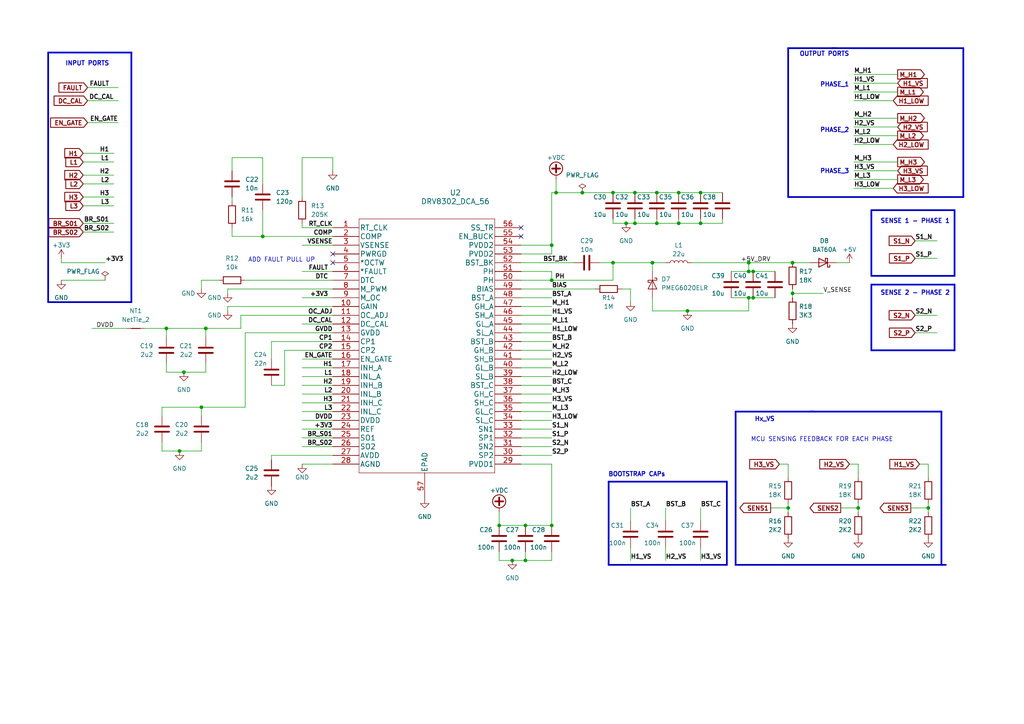
<source format=kicad_sch>
(kicad_sch (version 20230121) (generator eeschema)
  (paper "A4")
  (lib_symbols
    (symbol "DRV8302:DRV8302_DCA_56" (pin_names (offset 0.254))
      (property "Reference" "U" (at 27.94 7.874 0))
      (property "Value" "DRV8302_DCA_56" (at 27.94 5.334 0))
      (symbol "DRV8302_DCA_56_1_1"
        (polyline (pts (xy 7.62 -71.12) (xy 46.99 -71.12)) (stroke (width 0.127)))
        (polyline (pts (xy 7.62 2.54) (xy 7.62 -71.12)) (stroke (width 0.127)))
        (polyline (pts (xy 46.99 -71.12) (xy 46.99 2.54)) (stroke (width 0.127)))
        (polyline (pts (xy 46.99 2.54) (xy 7.62 2.54)) (stroke (width 0.127)))
        (pin input line (at 0 0 0) (length 7.62) (name "RT_CLK") (number "1"))
        (pin output line (at 0 -22.86 0) (length 7.62) (name "GAIN") (number "10"))
        (pin input line (at 0 -25.4 0) (length 7.62) (name "OC_ADJ") (number "11"))
        (pin input line (at 0 -27.94 0) (length 7.62) (name "DC_CAL") (number "12"))
        (pin power_in line (at 0 -30.48 0) (length 7.62) (name "GVDD") (number "13"))
        (pin power_in line (at 0 -33.02 0) (length 7.62) (name "CP1") (number "14"))
        (pin power_in line (at 0 -35.56 0) (length 7.62) (name "CP2") (number "15"))
        (pin input line (at 0 -38.1 0) (length 7.62) (name "EN_GATE") (number "16"))
        (pin input line (at 0 -40.64 0) (length 7.62) (name "INH_A") (number "17"))
        (pin input line (at 0 -43.18 0) (length 7.62) (name "INL_A") (number "18"))
        (pin input line (at 0 -45.72 0) (length 7.62) (name "INH_B") (number "19"))
        (pin output line (at 0 -2.54 0) (length 7.62) (name "COMP") (number "2"))
        (pin input line (at 0 -48.26 0) (length 7.62) (name "INL_B") (number "20"))
        (pin input line (at 0 -50.8 0) (length 7.62) (name "INH_C") (number "21"))
        (pin input line (at 0 -53.34 0) (length 7.62) (name "INL_C") (number "22"))
        (pin power_in line (at 0 -55.88 0) (length 7.62) (name "DVDD") (number "23"))
        (pin input line (at 0 -58.42 0) (length 7.62) (name "REF") (number "24"))
        (pin output line (at 0 -60.96 0) (length 7.62) (name "SO1") (number "25"))
        (pin output line (at 0 -63.5 0) (length 7.62) (name "SO2") (number "26"))
        (pin power_in line (at 0 -66.04 0) (length 7.62) (name "AVDD") (number "27"))
        (pin power_in line (at 0 -68.58 0) (length 7.62) (name "AGND") (number "28"))
        (pin power_in line (at 54.61 -68.58 180) (length 7.62) (name "PVDD1") (number "29"))
        (pin input line (at 0 -5.08 0) (length 7.62) (name "VSENSE") (number "3"))
        (pin input line (at 54.61 -66.04 180) (length 7.62) (name "SP2") (number "30"))
        (pin input line (at 54.61 -63.5 180) (length 7.62) (name "SN2") (number "31"))
        (pin input line (at 54.61 -60.96 180) (length 7.62) (name "SP1") (number "32"))
        (pin input line (at 54.61 -58.42 180) (length 7.62) (name "SN1") (number "33"))
        (pin input line (at 54.61 -55.88 180) (length 7.62) (name "SL_C") (number "34"))
        (pin output line (at 54.61 -53.34 180) (length 7.62) (name "GL_C") (number "35"))
        (pin input line (at 54.61 -50.8 180) (length 7.62) (name "SH_C") (number "36"))
        (pin output line (at 54.61 -48.26 180) (length 7.62) (name "GH_C") (number "37"))
        (pin power_in line (at 54.61 -45.72 180) (length 7.62) (name "BST_C") (number "38"))
        (pin input line (at 54.61 -43.18 180) (length 7.62) (name "SL_B") (number "39"))
        (pin input line (at 0 -7.62 0) (length 7.62) (name "PWRGD") (number "4"))
        (pin output line (at 54.61 -40.64 180) (length 7.62) (name "GL_B") (number "40"))
        (pin input line (at 54.61 -38.1 180) (length 7.62) (name "SH_B") (number "41"))
        (pin output line (at 54.61 -35.56 180) (length 7.62) (name "GH_B") (number "42"))
        (pin power_in line (at 54.61 -33.02 180) (length 7.62) (name "BST_B") (number "43"))
        (pin input line (at 54.61 -30.48 180) (length 7.62) (name "SL_A") (number "44"))
        (pin output line (at 54.61 -27.94 180) (length 7.62) (name "GL_A") (number "45"))
        (pin input line (at 54.61 -25.4 180) (length 7.62) (name "SH_A") (number "46"))
        (pin output line (at 54.61 -22.86 180) (length 7.62) (name "GH_A") (number "47"))
        (pin power_in line (at 54.61 -20.32 180) (length 7.62) (name "BST_A") (number "48"))
        (pin input line (at 54.61 -17.78 180) (length 7.62) (name "BIAS") (number "49"))
        (pin output line (at 0 -10.16 0) (length 7.62) (name "*OCTW") (number "5"))
        (pin output line (at 54.61 -15.24 180) (length 7.62) (name "PH") (number "50"))
        (pin output line (at 54.61 -12.7 180) (length 7.62) (name "PH") (number "51"))
        (pin power_in line (at 54.61 -10.16 180) (length 7.62) (name "BST_BK") (number "52"))
        (pin power_in line (at 54.61 -7.62 180) (length 7.62) (name "PVDD2") (number "53"))
        (pin power_in line (at 54.61 -5.08 180) (length 7.62) (name "PVDD2") (number "54"))
        (pin input line (at 54.61 -2.54 180) (length 7.62) (name "EN_BUCK") (number "55"))
        (pin input line (at 54.61 0 180) (length 7.62) (name "SS_TR") (number "56"))
        (pin unspecified line (at 26.67 -78.74 90) (length 7.62) (name "EPAD") (number "57"))
        (pin output line (at 0 -12.7 0) (length 7.62) (name "*FAULT") (number "6"))
        (pin input line (at 0 -15.24 0) (length 7.62) (name "DTC") (number "7"))
        (pin input line (at 0 -17.78 0) (length 7.62) (name "M_PWM") (number "8"))
        (pin input line (at 0 -20.32 0) (length 7.62) (name "M_OC") (number "9"))
      )
    )
    (symbol "Device:C" (pin_numbers hide) (pin_names (offset 0.254))
      (property "Reference" "C" (at 0.635 2.54 0))
      (property "Value" "C" (at 0.635 -2.54 0))
      (symbol "C_0_1"
        (polyline (pts (xy -2.032 -0.762) (xy 2.032 -0.762)) (stroke (width 0.508)))
        (polyline (pts (xy -2.032 0.762) (xy 2.032 0.762)) (stroke (width 0.508)))
      )
      (symbol "C_1_1"
        (pin passive line (at 0 3.81 270) (length 2.794) (name "~") (number "1"))
        (pin passive line (at 0 -3.81 90) (length 2.794) (name "~") (number "2"))
      )
    )
    (symbol "Device:L" (pin_numbers hide) (pin_names (offset 1.016) hide)
      (property "Reference" "L" (at -1.27 0 90))
      (property "Value" "L" (at 1.905 0 90))
      (symbol "L_0_1"
        (arc (start 0 -2.54) (mid 0.6323 -1.905) (end 0 -1.27))
        (arc (start 0 -1.27) (mid 0.6323 -0.635) (end 0 0))
        (arc (start 0 0) (mid 0.6323 0.635) (end 0 1.27))
        (arc (start 0 1.27) (mid 0.6323 1.905) (end 0 2.54))
      )
      (symbol "L_1_1"
        (pin passive line (at 0 3.81 270) (length 1.27) (name "1") (number "1"))
        (pin passive line (at 0 -3.81 90) (length 1.27) (name "2") (number "2"))
      )
    )
    (symbol "Device:NetTie_2" (pin_numbers hide) (pin_names (offset 0) hide) (in_bom no)
      (property "Reference" "NT" (at 0 1.27 0))
      (property "Value" "NetTie_2" (at 0 -1.27 0))
      (symbol "NetTie_2_0_1"
        (polyline (pts (xy -1.27 0) (xy 1.27 0)) (stroke (width 0.254)))
      )
      (symbol "NetTie_2_1_1"
        (pin passive line (at -2.54 0 0) (length 2.54) (name "1") (number "1"))
        (pin passive line (at 2.54 0 180) (length 2.54) (name "2") (number "2"))
      )
    )
    (symbol "Device:R" (pin_numbers hide) (pin_names (offset 0))
      (property "Reference" "R" (at 2.032 0 90))
      (property "Value" "R" (at 0 0 90))
      (symbol "R_0_1"
        (rectangle (start -1.016 -2.54) (end 1.016 2.54) (stroke (width 0.254)))
      )
      (symbol "R_1_1"
        (pin passive line (at 0 3.81 270) (length 1.27) (name "~") (number "1"))
        (pin passive line (at 0 -3.81 90) (length 1.27) (name "~") (number "2"))
      )
    )
    (symbol "Diode:BAT60A" (pin_numbers hide) (pin_names (offset 1.016) hide)
      (property "Reference" "D" (at 0 2.54 0))
      (property "Value" "BAT60A" (at 0 -2.54 0))
      (symbol "BAT60A_0_1"
        (polyline (pts (xy 1.27 0) (xy -1.27 0)))
        (polyline (pts (xy 1.27 1.27) (xy 1.27 -1.27) (xy -1.27 0) (xy 1.27 1.27)) (stroke (width 0.254)))
        (polyline (pts (xy -1.905 0.635) (xy -1.905 1.27) (xy -1.27 1.27) (xy -1.27 -1.27) (xy -0.635 -1.27) (xy -0.635 -0.635)) (stroke (width 0.254)))
      )
      (symbol "BAT60A_1_1"
        (pin passive line (at -3.81 0 0) (length 2.54) (name "K") (number "1"))
        (pin passive line (at 3.81 0 180) (length 2.54) (name "A") (number "2"))
      )
    )
    (symbol "Diode:PMEG6020ELR" (pin_numbers hide) (pin_names hide)
      (property "Reference" "D" (at 0 2.54 0))
      (property "Value" "PMEG6020ELR" (at 0 -2.54 0))
      (symbol "PMEG6020ELR_0_1"
        (polyline (pts (xy 1.27 0) (xy -1.27 0)))
        (polyline (pts (xy 1.27 1.27) (xy 1.27 -1.27) (xy -1.27 0) (xy 1.27 1.27)) (stroke (width 0.2032)))
        (polyline (pts (xy -1.905 0.635) (xy -1.905 1.27) (xy -1.27 1.27) (xy -1.27 -1.27) (xy -0.635 -1.27) (xy -0.635 -0.635)) (stroke (width 0.2032)))
      )
      (symbol "PMEG6020ELR_1_1"
        (pin passive line (at -3.81 0 0) (length 2.54) (name "K") (number "1"))
        (pin passive line (at 3.81 0 180) (length 2.54) (name "A") (number "2"))
      )
    )
    (symbol "power:+3V3" (power) (pin_names (offset 0))
      (property "Value" "+3V3" (at 0 3.556 0))
      (symbol "+3V3_0_1"
        (polyline (pts (xy -0.762 1.27) (xy 0 2.54)))
        (polyline (pts (xy 0 0) (xy 0 2.54)))
        (polyline (pts (xy 0 2.54) (xy 0.762 1.27)))
      )
      (symbol "+3V3_1_1"
        (pin power_in line (at 0 0 90) (length 0) hide (name "+3V3") (number "1"))
      )
    )
    (symbol "power:+5V" (power) (pin_names (offset 0))
      (property "Value" "+5V" (at 0 3.556 0))
      (symbol "+5V_0_1"
        (polyline (pts (xy -0.762 1.27) (xy 0 2.54)))
        (polyline (pts (xy 0 0) (xy 0 2.54)))
        (polyline (pts (xy 0 2.54) (xy 0.762 1.27)))
      )
      (symbol "+5V_1_1"
        (pin power_in line (at 0 0 90) (length 0) hide (name "+5V") (number "1"))
      )
    )
    (symbol "power:+VDC" (power) (pin_names (offset 0))
      (property "Value" "+VDC" (at 0 6.35 0))
      (symbol "+VDC_0_1"
        (polyline (pts (xy -1.143 3.175) (xy 1.143 3.175)) (stroke (width 0.508)))
        (polyline (pts (xy 0 0) (xy 0 1.27)))
        (polyline (pts (xy 0 2.032) (xy 0 4.318)) (stroke (width 0.508)))
        (circle (center 0 3.175) (radius 1.905) (stroke (width 0.254)))
      )
      (symbol "+VDC_1_1"
        (pin power_in line (at 0 0 90) (length 0) hide (name "+VDC") (number "1"))
      )
    )
    (symbol "power:GND" (power) (pin_names (offset 0))
      (property "Value" "GND" (at 0 -3.81 0))
      (symbol "GND_0_1"
        (polyline (pts (xy 0 0) (xy 0 -1.27) (xy 1.27 -1.27) (xy 0 -2.54) (xy -1.27 -1.27) (xy 0 -1.27)))
      )
      (symbol "GND_1_1"
        (pin power_in line (at 0 0 270) (length 0) hide (name "GND") (number "1"))
      )
    )
    (symbol "power:PWR_FLAG" (power) (pin_numbers hide) (pin_names (offset 0) hide)
      (property "Value" "PWR_FLAG" (at 0 3.81 0))
      (symbol "PWR_FLAG_0_0"
        (pin power_out line (at 0 0 90) (length 0) (name "pwr") (number "1"))
      )
      (symbol "PWR_FLAG_0_1"
        (polyline (pts (xy 0 0) (xy 0 1.27) (xy -1.016 1.905) (xy 0 2.54) (xy 1.016 1.905) (xy 0 1.27)))
      )
    )
  )
  (junction (at 203.2 64.77))
  (junction (at 58.42 118.11))
  (junction (at 53.34 107.95))
  (junction (at 217.17 76.2))
  (junction (at 203.2 55.88))
  (junction (at 269.24 147.32))
  (junction (at 184.15 55.88))
  (junction (at 184.15 64.77))
  (junction (at 229.87 85.09))
  (junction (at 199.39 90.17))
  (junction (at 217.17 86.36))
  (junction (at 152.4 152.4))
  (junction (at 59.69 95.25))
  (junction (at 196.85 64.77))
  (junction (at 144.78 152.4))
  (junction (at 218.44 86.36))
  (junction (at 177.8 76.2))
  (junction (at 177.8 55.88))
  (junction (at 248.92 147.32))
  (junction (at 228.6 147.32))
  (junction (at 161.29 55.88))
  (junction (at 168.91 55.88))
  (junction (at 181.61 64.77))
  (junction (at 52.07 130.81))
  (junction (at 48.26 95.25))
  (junction (at 217.17 78.74))
  (junction (at 190.5 64.77))
  (junction (at 218.44 78.74))
  (junction (at 190.5 55.88))
  (junction (at 160.02 81.28))
  (junction (at 229.87 76.2))
  (junction (at 189.23 76.2))
  (junction (at 196.85 55.88))
  (junction (at 152.4 162.56))
  (junction (at 148.59 162.56))
  (junction (at 160.02 152.4))
  (junction (at 160.02 71.12))
  (junction (at 76.2 68.58))
  (no_connect (at 96.52 76.2))
  (no_connect (at 96.52 73.66))
  (no_connect (at 151.13 66.04))
  (no_connect (at 151.13 68.58))
  (wire (pts (xy 96.52 93.98) (xy 87.63 93.98)))
  (wire (pts (xy 52.07 130.81) (xy 58.42 130.81)))
  (polyline (pts (xy 276.86 60.96) (xy 252.73 60.96)) (stroke (width 0.5)))
  (polyline (pts (xy 276.86 60.96) (xy 276.86 80.01)) (stroke (width 0.5)))
  (wire (pts (xy 46.99 120.65) (xy 46.99 118.11)))
  (wire (pts (xy 200.66 76.2) (xy 217.17 76.2)))
  (polyline (pts (xy 252.73 80.01) (xy 276.86 80.01)) (stroke (width 0.5)))
  (wire (pts (xy 66.04 90.17) (xy 66.04 88.9)))
  (wire (pts (xy 190.5 64.77) (xy 190.5 63.5)))
  (wire (pts (xy 217.17 86.36) (xy 218.44 86.36)))
  (wire (pts (xy 217.17 78.74) (xy 217.17 76.2)))
  (wire (pts (xy 151.13 71.12) (xy 160.02 71.12)))
  (wire (pts (xy 24.13 46.99) (xy 33.02 46.99)))
  (wire (pts (xy 177.8 55.88) (xy 184.15 55.88)))
  (wire (pts (xy 46.99 128.27) (xy 46.99 130.81)))
  (wire (pts (xy 160.02 81.28) (xy 177.8 81.28)))
  (wire (pts (xy 96.52 96.52) (xy 71.12 96.52)))
  (wire (pts (xy 78.74 111.76) (xy 82.55 111.76)))
  (wire (pts (xy 78.74 99.06) (xy 78.74 104.14)))
  (wire (pts (xy 160.02 101.6) (xy 151.13 101.6)))
  (polyline (pts (xy 279.4 13.97) (xy 279.4 57.15)) (stroke (width 0.5)))
  (wire (pts (xy 229.87 83.82) (xy 229.87 85.09)))
  (polyline (pts (xy 252.73 101.6) (xy 252.73 82.55)) (stroke (width 0.5)))
  (wire (pts (xy 182.88 158.75) (xy 182.88 162.56)))
  (wire (pts (xy 177.8 76.2) (xy 177.8 81.28)))
  (wire (pts (xy 144.78 162.56) (xy 144.78 160.02)))
  (wire (pts (xy 151.13 134.62) (xy 160.02 134.62)))
  (wire (pts (xy 160.02 104.14) (xy 151.13 104.14)))
  (wire (pts (xy 17.78 76.2) (xy 30.48 76.2)))
  (wire (pts (xy 144.78 162.56) (xy 148.59 162.56)))
  (wire (pts (xy 26.67 95.25) (xy 36.83 95.25)))
  (polyline (pts (xy 276.86 82.55) (xy 276.86 101.6)) (stroke (width 0.5)))
  (wire (pts (xy 87.63 57.15) (xy 87.63 45.72)))
  (wire (pts (xy 96.52 66.04) (xy 87.63 66.04)))
  (wire (pts (xy 24.13 50.8) (xy 33.02 50.8)))
  (wire (pts (xy 177.8 76.2) (xy 189.23 76.2)))
  (wire (pts (xy 190.5 55.88) (xy 196.85 55.88)))
  (polyline (pts (xy 210.82 139.7) (xy 210.82 163.83)) (stroke (width 0.5)))
  (wire (pts (xy 96.52 129.54) (xy 87.63 129.54)))
  (wire (pts (xy 229.87 85.09) (xy 229.87 86.36)))
  (polyline (pts (xy 213.36 163.83) (xy 213.36 119.38)) (stroke (width 0.5)))
  (wire (pts (xy 160.02 132.08) (xy 151.13 132.08)))
  (polyline (pts (xy 213.36 119.38) (xy 236.22 119.38)) (stroke (width 0.5)))
  (wire (pts (xy 151.13 76.2) (xy 166.37 76.2)))
  (wire (pts (xy 190.5 64.77) (xy 196.85 64.77)))
  (wire (pts (xy 160.02 119.38) (xy 151.13 119.38)))
  (wire (pts (xy 217.17 86.36) (xy 212.09 86.36)))
  (wire (pts (xy 96.52 124.46) (xy 87.63 124.46)))
  (wire (pts (xy 96.52 71.12) (xy 87.63 71.12)))
  (wire (pts (xy 184.15 64.77) (xy 190.5 64.77)))
  (wire (pts (xy 181.61 64.77) (xy 184.15 64.77)))
  (wire (pts (xy 203.2 55.88) (xy 209.55 55.88)))
  (wire (pts (xy 152.4 162.56) (xy 152.4 160.02)))
  (wire (pts (xy 25.4 35.56) (xy 34.29 35.56)))
  (wire (pts (xy 96.52 104.14) (xy 87.63 104.14)))
  (wire (pts (xy 87.63 66.04) (xy 87.63 64.77)))
  (wire (pts (xy 260.35 49.53) (xy 247.65 49.53)))
  (wire (pts (xy 66.04 88.9) (xy 96.52 88.9)))
  (wire (pts (xy 161.29 55.88) (xy 168.91 55.88)))
  (wire (pts (xy 24.13 59.69) (xy 33.02 59.69)))
  (wire (pts (xy 203.2 64.77) (xy 209.55 64.77)))
  (wire (pts (xy 160.02 96.52) (xy 151.13 96.52)))
  (wire (pts (xy 96.52 91.44) (xy 69.85 91.44)))
  (wire (pts (xy 76.2 68.58) (xy 67.31 68.58)))
  (wire (pts (xy 259.08 29.21) (xy 247.65 29.21)))
  (polyline (pts (xy 228.6 57.15) (xy 228.6 13.97)) (stroke (width 0.5)))
  (wire (pts (xy 226.06 134.62) (xy 228.6 134.62)))
  (wire (pts (xy 96.52 121.92) (xy 87.63 121.92)))
  (wire (pts (xy 260.35 46.99) (xy 247.65 46.99)))
  (wire (pts (xy 196.85 55.88) (xy 203.2 55.88)))
  (wire (pts (xy 203.2 147.32) (xy 203.2 151.13)))
  (wire (pts (xy 76.2 60.96) (xy 76.2 68.58)))
  (wire (pts (xy 96.52 109.22) (xy 87.63 109.22)))
  (wire (pts (xy 260.35 24.13) (xy 247.65 24.13)))
  (wire (pts (xy 271.78 69.85) (xy 265.43 69.85)))
  (wire (pts (xy 196.85 64.77) (xy 203.2 64.77)))
  (wire (pts (xy 160.02 93.98) (xy 151.13 93.98)))
  (wire (pts (xy 184.15 64.77) (xy 184.15 63.5)))
  (wire (pts (xy 17.78 81.28) (xy 30.48 81.28)))
  (wire (pts (xy 218.44 86.36) (xy 224.79 86.36)))
  (wire (pts (xy 160.02 99.06) (xy 151.13 99.06)))
  (polyline (pts (xy 274.32 163.83) (xy 213.36 163.83)) (stroke (width 0.5)))
  (wire (pts (xy 271.78 91.44) (xy 265.43 91.44)))
  (wire (pts (xy 184.15 55.88) (xy 190.5 55.88)))
  (polyline (pts (xy 228.6 13.97) (xy 242.57 13.97)) (stroke (width 0.5)))
  (wire (pts (xy 228.6 134.62) (xy 228.6 138.43)))
  (wire (pts (xy 48.26 95.25) (xy 41.91 95.25)))
  (polyline (pts (xy 176.53 163.83) (xy 210.82 163.83)) (stroke (width 0.5)))
  (wire (pts (xy 53.34 107.95) (xy 59.69 107.95)))
  (wire (pts (xy 248.92 134.62) (xy 248.92 138.43)))
  (wire (pts (xy 259.08 54.61) (xy 247.65 54.61)))
  (wire (pts (xy 96.52 111.76) (xy 87.63 111.76)))
  (wire (pts (xy 96.52 99.06) (xy 78.74 99.06)))
  (wire (pts (xy 260.35 52.07) (xy 247.65 52.07)))
  (wire (pts (xy 160.02 116.84) (xy 151.13 116.84)))
  (wire (pts (xy 24.13 64.77) (xy 33.02 64.77)))
  (wire (pts (xy 46.99 130.81) (xy 52.07 130.81)))
  (wire (pts (xy 182.88 87.63) (xy 182.88 83.82)))
  (wire (pts (xy 228.6 146.05) (xy 228.6 147.32)))
  (wire (pts (xy 58.42 81.28) (xy 63.5 81.28)))
  (wire (pts (xy 17.78 74.93) (xy 17.78 76.2)))
  (wire (pts (xy 248.92 147.32) (xy 248.92 148.59)))
  (wire (pts (xy 67.31 58.42) (xy 67.31 57.15)))
  (wire (pts (xy 243.84 147.32) (xy 248.92 147.32)))
  (wire (pts (xy 160.02 114.3) (xy 151.13 114.3)))
  (wire (pts (xy 148.59 162.56) (xy 152.4 162.56)))
  (wire (pts (xy 260.35 39.37) (xy 247.65 39.37)))
  (wire (pts (xy 264.16 147.32) (xy 269.24 147.32)))
  (wire (pts (xy 238.76 85.09) (xy 229.87 85.09)))
  (wire (pts (xy 24.13 67.31) (xy 33.02 67.31)))
  (wire (pts (xy 269.24 134.62) (xy 269.24 138.43)))
  (wire (pts (xy 229.87 76.2) (xy 234.95 76.2)))
  (polyline (pts (xy 276.86 82.55) (xy 252.73 82.55)) (stroke (width 0.5)))
  (polyline (pts (xy 13.97 87.63) (xy 38.1 87.63)) (stroke (width 0.5)))
  (wire (pts (xy 246.38 134.62) (xy 248.92 134.62)))
  (wire (pts (xy 160.02 71.12) (xy 160.02 73.66)))
  (polyline (pts (xy 176.53 163.83) (xy 176.53 139.7)) (stroke (width 0.5)))
  (wire (pts (xy 193.04 147.32) (xy 193.04 151.13)))
  (wire (pts (xy 160.02 86.36) (xy 151.13 86.36)))
  (polyline (pts (xy 210.82 139.7) (xy 176.53 139.7)) (stroke (width 0.5)))
  (wire (pts (xy 66.04 85.09) (xy 66.04 83.82)))
  (wire (pts (xy 160.02 111.76) (xy 151.13 111.76)))
  (wire (pts (xy 160.02 109.22) (xy 151.13 109.22)))
  (wire (pts (xy 182.88 83.82) (xy 180.34 83.82)))
  (wire (pts (xy 161.29 52.07) (xy 161.29 55.88)))
  (wire (pts (xy 58.42 83.82) (xy 58.42 81.28)))
  (wire (pts (xy 66.04 83.82) (xy 96.52 83.82)))
  (wire (pts (xy 58.42 130.81) (xy 58.42 128.27)))
  (wire (pts (xy 196.85 64.77) (xy 196.85 63.5)))
  (wire (pts (xy 24.13 57.15) (xy 33.02 57.15)))
  (wire (pts (xy 144.78 148.59) (xy 144.78 152.4)))
  (polyline (pts (xy 234.95 119.38) (xy 273.05 119.38)) (stroke (width 0.5)))
  (wire (pts (xy 189.23 76.2) (xy 193.04 76.2)))
  (polyline (pts (xy 241.3 13.97) (xy 279.4 13.97)) (stroke (width 0.5)))
  (wire (pts (xy 271.78 74.93) (xy 265.43 74.93)))
  (wire (pts (xy 217.17 78.74) (xy 212.09 78.74)))
  (wire (pts (xy 260.35 36.83) (xy 247.65 36.83)))
  (wire (pts (xy 48.26 97.79) (xy 48.26 95.25)))
  (wire (pts (xy 223.52 147.32) (xy 228.6 147.32)))
  (wire (pts (xy 189.23 78.74) (xy 189.23 76.2)))
  (polyline (pts (xy 38.1 15.24) (xy 13.97 15.24)) (stroke (width 0.5)))
  (wire (pts (xy 189.23 86.36) (xy 189.23 90.17)))
  (wire (pts (xy 177.8 64.77) (xy 181.61 64.77)))
  (wire (pts (xy 96.52 116.84) (xy 87.63 116.84)))
  (wire (pts (xy 203.2 158.75) (xy 203.2 162.56)))
  (wire (pts (xy 58.42 120.65) (xy 58.42 118.11)))
  (wire (pts (xy 218.44 78.74) (xy 224.79 78.74)))
  (wire (pts (xy 67.31 49.53) (xy 67.31 45.72)))
  (wire (pts (xy 151.13 73.66) (xy 160.02 73.66)))
  (wire (pts (xy 160.02 91.44) (xy 151.13 91.44)))
  (wire (pts (xy 96.52 78.74) (xy 87.63 78.74)))
  (wire (pts (xy 269.24 147.32) (xy 269.24 148.59)))
  (wire (pts (xy 96.52 114.3) (xy 87.63 114.3)))
  (wire (pts (xy 78.74 132.08) (xy 78.74 133.35)))
  (wire (pts (xy 217.17 76.2) (xy 229.87 76.2)))
  (wire (pts (xy 160.02 121.92) (xy 151.13 121.92)))
  (wire (pts (xy 59.69 107.95) (xy 59.69 105.41)))
  (wire (pts (xy 182.88 147.32) (xy 182.88 151.13)))
  (wire (pts (xy 96.52 119.38) (xy 87.63 119.38)))
  (wire (pts (xy 59.69 97.79) (xy 59.69 95.25)))
  (wire (pts (xy 209.55 64.77) (xy 209.55 63.5)))
  (wire (pts (xy 269.24 146.05) (xy 269.24 147.32)))
  (wire (pts (xy 87.63 45.72) (xy 96.52 45.72)))
  (wire (pts (xy 96.52 106.68) (xy 87.63 106.68)))
  (wire (pts (xy 82.55 101.6) (xy 96.52 101.6)))
  (wire (pts (xy 67.31 45.72) (xy 76.2 45.72)))
  (wire (pts (xy 199.39 90.17) (xy 217.17 90.17)))
  (wire (pts (xy 242.57 76.2) (xy 246.38 76.2)))
  (wire (pts (xy 173.99 76.2) (xy 177.8 76.2)))
  (wire (pts (xy 260.35 34.29) (xy 247.65 34.29)))
  (wire (pts (xy 260.35 26.67) (xy 247.65 26.67)))
  (wire (pts (xy 177.8 64.77) (xy 177.8 63.5)))
  (wire (pts (xy 160.02 124.46) (xy 151.13 124.46)))
  (wire (pts (xy 160.02 162.56) (xy 160.02 160.02)))
  (wire (pts (xy 78.74 132.08) (xy 96.52 132.08)))
  (wire (pts (xy 228.6 147.32) (xy 228.6 148.59)))
  (wire (pts (xy 217.17 78.74) (xy 218.44 78.74)))
  (wire (pts (xy 152.4 162.56) (xy 160.02 162.56)))
  (wire (pts (xy 71.12 96.52) (xy 71.12 118.11)))
  (wire (pts (xy 25.4 25.4) (xy 34.29 25.4)))
  (wire (pts (xy 160.02 55.88) (xy 161.29 55.88)))
  (wire (pts (xy 160.02 129.54) (xy 151.13 129.54)))
  (wire (pts (xy 160.02 134.62) (xy 160.02 152.4)))
  (polyline (pts (xy 252.73 101.6) (xy 276.86 101.6)) (stroke (width 0.5)))
  (wire (pts (xy 59.69 95.25) (xy 48.26 95.25)))
  (wire (pts (xy 193.04 158.75) (xy 193.04 162.56)))
  (polyline (pts (xy 38.1 15.24) (xy 38.1 87.63)) (stroke (width 0.5)))
  (wire (pts (xy 151.13 78.74) (xy 160.02 78.74)))
  (wire (pts (xy 82.55 111.76) (xy 82.55 101.6)))
  (wire (pts (xy 69.85 95.25) (xy 59.69 95.25)))
  (wire (pts (xy 96.52 86.36) (xy 87.63 86.36)))
  (wire (pts (xy 217.17 90.17) (xy 217.17 86.36)))
  (wire (pts (xy 168.91 55.88) (xy 177.8 55.88)))
  (polyline (pts (xy 279.4 57.15) (xy 228.6 57.15)) (stroke (width 0.5)))
  (wire (pts (xy 58.42 118.11) (xy 71.12 118.11)))
  (wire (pts (xy 203.2 64.77) (xy 203.2 63.5)))
  (wire (pts (xy 160.02 127) (xy 151.13 127)))
  (polyline (pts (xy 273.05 119.38) (xy 273.05 163.83)) (stroke (width 0.5)))
  (wire (pts (xy 152.4 152.4) (xy 144.78 152.4)))
  (wire (pts (xy 87.63 134.62) (xy 96.52 134.62)))
  (wire (pts (xy 96.52 68.58) (xy 76.2 68.58)))
  (wire (pts (xy 46.99 118.11) (xy 58.42 118.11)))
  (wire (pts (xy 48.26 105.41) (xy 48.26 107.95)))
  (wire (pts (xy 160.02 152.4) (xy 152.4 152.4)))
  (wire (pts (xy 259.08 41.91) (xy 247.65 41.91)))
  (wire (pts (xy 160.02 78.74) (xy 160.02 81.28)))
  (wire (pts (xy 67.31 66.04) (xy 67.31 68.58)))
  (wire (pts (xy 24.13 44.45) (xy 33.02 44.45)))
  (wire (pts (xy 24.13 53.34) (xy 33.02 53.34)))
  (wire (pts (xy 96.52 45.72) (xy 96.52 49.53)))
  (wire (pts (xy 248.92 146.05) (xy 248.92 147.32)))
  (wire (pts (xy 266.7 134.62) (xy 269.24 134.62)))
  (wire (pts (xy 260.35 21.59) (xy 247.65 21.59)))
  (polyline (pts (xy 252.73 80.01) (xy 252.73 60.96)) (stroke (width 0.5)))
  (wire (pts (xy 48.26 107.95) (xy 53.34 107.95)))
  (polyline (pts (xy 13.97 87.63) (xy 13.97 15.24)) (stroke (width 0.5)))
  (wire (pts (xy 151.13 81.28) (xy 160.02 81.28)))
  (wire (pts (xy 25.4 29.21) (xy 34.29 29.21)))
  (wire (pts (xy 160.02 106.68) (xy 151.13 106.68)))
  (wire (pts (xy 160.02 88.9) (xy 151.13 88.9)))
  (wire (pts (xy 271.78 96.52) (xy 265.43 96.52)))
  (wire (pts (xy 172.72 83.82) (xy 151.13 83.82)))
  (wire (pts (xy 189.23 90.17) (xy 199.39 90.17)))
  (wire (pts (xy 96.52 127) (xy 87.63 127)))
  (wire (pts (xy 71.12 81.28) (xy 96.52 81.28)))
  (wire (pts (xy 160.02 71.12) (xy 160.02 55.88)))
  (wire (pts (xy 69.85 91.44) (xy 69.85 95.25)))
  (wire (pts (xy 76.2 45.72) (xy 76.2 53.34)))
  (text "PHASE_2\n\n" (at 246.38 40.64 0) (effects (font (size 1.27 1.27) bold) (justify right bottom)))
  (text "BOOTSTRAP CAPs\n" (at 193.04 138.43 0) (effects (font (size 1.27 1.27) bold) (justify right bottom)))
  (text "INPUT PORTS\n\n\n\n" (at 31.75 25.4 0) (effects (font (size 1.27 1.27) bold) (justify right bottom)))
  (text "OUTPUT PORTS\n" (at 246.38 16.51 0) (effects (font (size 1.27 1.27) bold) (justify right bottom)))
  (text "Hx_VS\n\n" (at 224.79 124.46 0) (effects (font (size 1.27 1.27) bold) (justify right bottom)))
  (text "MCU SENSING FEEDBACK FOR EACH PHASE" (at 259.08 128.27 0) (effects (font (size 1.27 1.27)) (justify right bottom)))
  (text "PHASE_3\n\n\n" (at 246.38 54.61 0) (effects (font (size 1.27 1.27) bold) (justify right bottom)))
  (text "PHASE_1\n" (at 246.38 25.4 0) (effects (font (size 1.27 1.27) bold) (justify right bottom)))
  (text "SENSE 2 - PHASE 2\n\n\n\n\n" (at 275.59 93.98 0) (effects (font (size 1.27 1.27) bold) (justify right bottom)))
  (text "ADD FAULT PULL UP\n" (at 91.44 76.2 0) (effects (font (size 1.27 1.27)) (justify right bottom)))
  (text "SENSE 1 - PHASE 1\n\n\n\n" (at 275.59 71.12 0) (effects (font (size 1.27 1.27) bold) (justify right bottom)))
  (label "M_H1" (at 247.65 21.59 0) (effects (font bold)))
  (label "L1" (at 96.52 109.22 180) (effects (font bold)))
  (label "H1" (at 31.75 44.45 180) (effects (font bold)))
  (label "H3_LOW" (at 160.02 121.92 0) (effects (font bold)))
  (label "M_H3" (at 247.65 46.99 0) (effects (font bold)))
  (label "OC_ADJ" (at 96.52 91.44 180) (effects (font bold)))
  (label "H2_LOW" (at 160.02 109.22 0) (effects (font bold)))
  (label "M_H2" (at 160.02 101.6 0) (effects (font bold)))
  (label "RT_CLK" (at 96.52 66.04 180) (effects (font bold)))
  (label "DVDD" (at 96.52 121.92 180) (effects (font bold)))
  (label "H1_VS" (at 247.65 24.13 0) (effects (font bold)))
  (label "M_L3" (at 247.65 52.07 0) (effects (font bold)))
  (label "H3_LOW" (at 247.65 54.61 0) (effects (font bold)))
  (label "M_L2" (at 247.65 39.37 0) (effects (font bold)))
  (label "BIAS" (at 160.02 83.82 0) (effects (font bold)))
  (label "EN_GATE" (at 96.52 104.14 180) (effects (font bold)))
  (label "M_L1" (at 160.02 93.98 0) (effects (font bold)))
  (label "S2_N" (at 265.43 91.44 0) (effects (font bold)))
  (label "H3_VS" (at 203.2 162.56 0) (effects (font bold)))
  (label "BST_B" (at 193.04 147.32 0) (effects (font (thickness 0.254) bold)))
  (label "EN_GATE" (at 34.29 35.56 180) (effects (font bold)))
  (label "VSENSE" (at 96.52 71.12 180) (effects (font bold)))
  (label "H1_VS" (at 182.88 162.56 0) (effects (font (thickness 0.254) bold)))
  (label "S2_P" (at 265.43 96.52 0) (effects (font bold)))
  (label "H2_VS" (at 193.04 162.56 0) (effects (font bold)))
  (label "L2" (at 31.75 53.34 180) (effects (font bold)))
  (label "+5V_DRV" (at 223.52 76.2 180))
  (label "BR_S01" (at 31.75 64.77 180) (effects (font bold)))
  (label "H2_VS" (at 247.65 36.83 0) (effects (font bold)))
  (label "+3V3" (at 96.52 124.46 180) (effects (font bold)))
  (label "FAULT" (at 95.25 78.74 180) (effects (font bold)))
  (label "H1_LOW" (at 247.65 29.21 0) (effects (font bold)))
  (label "S1_P" (at 160.02 127 0) (effects (font bold)))
  (label "GVDD" (at 96.52 96.52 180) (effects (font bold)))
  (label "BR_S02" (at 31.75 67.31 180) (effects (font bold)))
  (label "H2" (at 31.75 50.8 180) (effects (font bold)))
  (label "M_H2" (at 247.65 34.29 0) (effects (font bold)))
  (label "H2_VS" (at 160.02 104.14 0) (effects (font bold)))
  (label "BST_A" (at 160.02 86.36 0) (effects (font (thickness 0.254) bold)))
  (label "DTC" (at 95.25 81.28 180) (effects (font bold)))
  (label "BST_BK" (at 157.48 76.2 0) (effects (font (thickness 0.254) bold)))
  (label "PH" (at 163.83 81.28 180) (effects (font bold)))
  (label "BST_C" (at 203.2 147.32 0) (effects (font (thickness 0.254) bold)))
  (label "BR_S01" (at 96.52 127 180) (effects (font bold)))
  (label "L1" (at 31.75 46.99 180) (effects (font bold)))
  (label "BR_S02" (at 96.52 129.54 180) (effects (font bold)))
  (label "H1_LOW" (at 160.02 96.52 0) (effects (font bold)))
  (label "H2_LOW" (at 247.65 41.91 0) (effects (font bold)))
  (label "+3V3" (at 30.48 76.2 0) (effects (font bold)))
  (label "S2_P" (at 160.02 132.08 0) (effects (font bold)))
  (label "BST_B" (at 160.02 99.06 0) (effects (font bold)))
  (label "+3V3" (at 95.25 86.36 180) (effects (font bold)))
  (label "H3" (at 96.52 116.84 180) (effects (font bold)))
  (label "S2_N" (at 160.02 129.54 0) (effects (font bold)))
  (label "S1_N" (at 160.02 124.46 0) (effects (font bold)))
  (label "M_H1" (at 160.02 88.9 0) (effects (font bold)))
  (label "DVDD" (at 33.02 95.25 180))
  (label "M_L3" (at 160.02 119.38 0) (effects (font bold)))
  (label "L3" (at 31.75 59.69 180) (effects (font bold)))
  (label "L2" (at 96.52 114.3 180) (effects (font bold)))
  (label "H1" (at 96.52 106.68 180) (effects (font bold)))
  (label "S1_N" (at 265.43 69.85 0) (effects (font bold)))
  (label "H1_VS" (at 160.02 91.44 0) (effects (font bold)))
  (label "H3_VS" (at 247.65 49.53 0) (effects (font bold)))
  (label "M_L2" (at 160.02 106.68 0) (effects (font bold)))
  (label "CP2" (at 96.52 101.6 180) (effects (font bold)))
  (label "M_L1" (at 247.65 26.67 0) (effects (font bold)))
  (label "COMP" (at 96.52 68.58 180) (effects (font bold)))
  (label "M_H3" (at 160.02 114.3 0) (effects (font bold)))
  (label "DC_CAL" (at 33.02 29.21 180) (effects (font bold)))
  (label "H3_VS" (at 160.02 116.84 0) (effects (font bold)))
  (label "V_SENSE" (at 238.76 85.09 0))
  (label "H3" (at 31.75 57.15 180) (effects (font bold)))
  (label "H2" (at 96.52 111.76 180) (effects (font bold)))
  (label "CP1" (at 96.52 99.06 180) (effects (font bold)))
  (label "FAULT" (at 31.75 25.4 180) (effects (font bold)))
  (label "BST_A" (at 182.88 147.32 0) (effects (font (thickness 0.254) bold)))
  (label "BST_C" (at 160.02 111.76 0) (effects (font bold)))
  (label "S1_P" (at 265.43 74.93 0) (effects (font bold)))
  (label "L3" (at 96.52 119.38 180) (effects (font bold)))
  (label "DC_CAL" (at 96.52 93.98 180) (effects (font bold)))
  (global_label "H3_VS" (shape input) (at 226.06 134.62 180) (effects (font bold)) (property "Intersheetrefs" "${INTERSHEET_REFS}" (effects hide)))
  (global_label "S1_N" (shape input) (at 265.43 69.85 180) (effects (font bold)) (property "Intersheetrefs" "${INTERSHEET_REFS}" (effects hide)))
  (global_label "H1" (shape input) (at 24.13 44.45 180) (effects (font bold)) (property "Intersheetrefs" "${INTERSHEET_REFS}" (effects hide)))
  (global_label "SENS1" (shape output) (at 223.52 147.32 180) (effects (font bold)) (property "Intersheetrefs" "${INTERSHEET_REFS}" (effects hide)))
  (global_label "M_H3" (shape output) (at 260.35 46.99 0) (effects (font bold)) (property "Intersheetrefs" "${INTERSHEET_REFS}" (effects hide)))
  (global_label "DC_CAL" (shape input) (at 25.4 29.21 180) (effects (font bold)) (property "Intersheetrefs" "${INTERSHEET_REFS}" (effects hide)))
  (global_label "H2_LOW" (shape input) (at 259.08 41.91 0) (effects (font bold)) (property "Intersheetrefs" "${INTERSHEET_REFS}" (effects hide)))
  (global_label "S2_P" (shape input) (at 265.43 96.52 180) (effects (font bold)) (property "Intersheetrefs" "${INTERSHEET_REFS}" (effects hide)))
  (global_label "M_L1" (shape output) (at 260.35 26.67 0) (effects (font bold)) (property "Intersheetrefs" "${INTERSHEET_REFS}" (effects hide)))
  (global_label "H1_VS" (shape input) (at 266.7 134.62 180) (effects (font bold)) (property "Intersheetrefs" "${INTERSHEET_REFS}" (effects hide)))
  (global_label "M_H2" (shape output) (at 260.35 34.29 0) (effects (font bold)) (property "Intersheetrefs" "${INTERSHEET_REFS}" (effects hide)))
  (global_label "EN_GATE" (shape input) (at 25.4 35.56 180) (effects (font bold)) (property "Intersheetrefs" "${INTERSHEET_REFS}" (effects hide)))
  (global_label "H2_VS" (shape input) (at 246.38 134.62 180) (effects (font bold)) (property "Intersheetrefs" "${INTERSHEET_REFS}" (effects hide)))
  (global_label "S1_P" (shape input) (at 265.43 74.93 180) (effects (font bold)) (property "Intersheetrefs" "${INTERSHEET_REFS}" (effects hide)))
  (global_label "SENS2" (shape output) (at 243.84 147.32 180) (effects (font bold)) (property "Intersheetrefs" "${INTERSHEET_REFS}" (effects hide)))
  (global_label "BR_S01" (shape input) (at 24.13 64.77 180) (effects (font bold)) (property "Intersheetrefs" "${INTERSHEET_REFS}" (effects hide)))
  (global_label "H3" (shape input) (at 24.13 57.15 180) (effects (font bold)) (property "Intersheetrefs" "${INTERSHEET_REFS}" (effects hide)))
  (global_label "SENS3" (shape output) (at 264.16 147.32 180) (effects (font bold)) (property "Intersheetrefs" "${INTERSHEET_REFS}" (effects hide)))
  (global_label "FAULT" (shape input) (at 25.4 25.4 180) (effects (font bold)) (property "Intersheetrefs" "${INTERSHEET_REFS}" (effects hide)))
  (global_label "H3_VS" (shape input) (at 260.35 49.53 0) (effects (font bold)) (property "Intersheetrefs" "${INTERSHEET_REFS}" (effects hide)))
  (global_label "L1" (shape input) (at 24.13 46.99 180) (effects (font bold)) (property "Intersheetrefs" "${INTERSHEET_REFS}" (effects hide)))
  (global_label "H1_LOW" (shape input) (at 259.08 29.21 0) (effects (font bold)) (property "Intersheetrefs" "${INTERSHEET_REFS}" (effects hide)))
  (global_label "M_L3" (shape output) (at 260.35 52.07 0) (effects (font bold)) (property "Intersheetrefs" "${INTERSHEET_REFS}" (effects hide)))
  (global_label "H2_VS" (shape input) (at 260.35 36.83 0) (effects (font bold)) (property "Intersheetrefs" "${INTERSHEET_REFS}" (effects hide)))
  (global_label "L2" (shape input) (at 24.13 53.34 180) (effects (font bold)) (property "Intersheetrefs" "${INTERSHEET_REFS}" (effects hide)))
  (global_label "M_H1" (shape output) (at 260.35 21.59 0) (effects (font bold)) (property "Intersheetrefs" "${INTERSHEET_REFS}" (effects hide)))
  (global_label "H3_LOW" (shape input) (at 259.08 54.61 0) (effects (font bold)) (property "Intersheetrefs" "${INTERSHEET_REFS}" (effects hide)))
  (global_label "L3" (shape input) (at 24.13 59.69 180) (effects (font bold)) (property "Intersheetrefs" "${INTERSHEET_REFS}" (effects hide)))
  (global_label "H2" (shape input) (at 24.13 50.8 180) (effects (font bold)) (property "Intersheetrefs" "${INTERSHEET_REFS}" (effects hide)))
  (global_label "S2_N" (shape input) (at 265.43 91.44 180) (effects (font bold)) (property "Intersheetrefs" "${INTERSHEET_REFS}" (effects hide)))
  (global_label "BR_S02" (shape input) (at 24.13 67.31 180) (effects (font bold)) (property "Intersheetrefs" "${INTERSHEET_REFS}" (effects hide)))
  (global_label "H1_VS" (shape input) (at 260.35 24.13 0) (effects (font bold)) (property "Intersheetrefs" "${INTERSHEET_REFS}" (effects hide)))
  (global_label "M_L2" (shape output) (at 260.35 39.37 0) (effects (font bold)) (property "Intersheetrefs" "${INTERSHEET_REFS}" (effects hide)))
  (symbol (lib_id "Device:R") (at 176.53 83.82 90) (unit 1)
    (property "Reference" "R14" (at 176.53 86.36 90))
    (property "Value" "1M" (at 176.53 88.9 90))
  )
  (symbol (lib_id "power:GND") (at 58.42 83.82 0) (unit 1)
    (property "Reference" "#PWR028" (effects hide))
    (property "Value" "GND" (at 54.61 85.09 0))
  )
  (symbol (lib_id "Device:C") (at 144.78 156.21 180) (unit 1)
    (property "Reference" "C26" (at 140.97 153.67 0))
    (property "Value" "100n" (at 140.97 158.75 0))
  )
  (symbol (lib_id "Device:R") (at 228.6 142.24 0) (mirror x) (unit 1)
    (property "Reference" "R15" (at 224.79 140.97 0))
    (property "Value" "18K" (at 224.79 143.51 0))
  )
  (symbol (lib_id "power:+VDC") (at 144.78 148.59 0) (unit 1)
    (property "Reference" "#PWR035" (effects hide))
    (property "Value" "+VDC" (at 144.78 142.24 0))
  )
  (symbol (lib_id "Device:R") (at 229.87 90.17 180) (unit 1)
    (property "Reference" "R18" (at 233.68 88.9 0))
    (property "Value" "3K3" (at 233.68 91.44 0))
  )
  (symbol (lib_id "power:GND") (at 269.24 156.21 0) (mirror y) (unit 1)
    (property "Reference" "#PWR045" (effects hide))
    (property "Value" "GND" (at 269.24 161.29 0))
  )
  (symbol (lib_id "Device:C") (at 190.5 59.69 180) (unit 1)
    (property "Reference" "C33" (at 186.69 57.15 0))
    (property "Value" "10u" (at 186.69 62.23 0))
  )
  (symbol (lib_id "Device:C") (at 78.74 107.95 0) (mirror x) (unit 1)
    (property "Reference" "C24" (at 77.47 102.87 0) (effects (justify right)))
    (property "Value" "22n" (at 77.47 105.41 0) (effects (justify right)))
  )
  (symbol (lib_id "power:GND") (at 53.34 107.95 0) (unit 1)
    (property "Reference" "#PWR027" (effects hide))
    (property "Value" "GND" (at 53.34 113.03 0))
  )
  (symbol (lib_id "power:GND") (at 66.04 90.17 0) (unit 1)
    (property "Reference" "#PWR030" (effects hide))
    (property "Value" "GND" (at 62.23 91.44 0))
  )
  (symbol (lib_id "power:GND") (at 17.78 81.28 0) (unit 1)
    (property "Reference" "#PWR025" (effects hide))
    (property "Value" "GND" (at 17.78 86.36 0))
  )
  (symbol (lib_id "Device:R") (at 229.87 80.01 180) (unit 1)
    (property "Reference" "R17" (at 233.68 78.74 0))
    (property "Value" "18K" (at 233.68 81.28 0))
  )
  (symbol (lib_id "power:GND") (at 123.19 144.78 0) (unit 1)
    (property "Reference" "#PWR034" (effects hide))
    (property "Value" "GND" (at 123.19 149.86 0))
  )
  (symbol (lib_id "Device:C") (at 203.2 154.94 180) (unit 1)
    (property "Reference" "C37" (at 199.39 152.4 0))
    (property "Value" "100n" (at 199.39 157.48 0))
  )
  (symbol (lib_id "Device:C") (at 48.26 101.6 0) (mirror x) (unit 1)
    (property "Reference" "C19" (at 44.45 100.33 0) (effects (justify right)))
    (property "Value" "2u2" (at 44.45 102.87 0) (effects (justify right)))
  )
  (symbol (lib_id "Device:C") (at 177.8 59.69 180) (unit 1)
    (property "Reference" "C30" (at 173.99 57.15 0))
    (property "Value" "10u" (at 173.99 62.23 0))
  )
  (symbol (lib_id "power:GND") (at 182.88 87.63 0) (unit 1)
    (property "Reference" "#PWR039" (effects hide))
    (property "Value" "GND" (at 182.88 92.71 0))
  )
  (symbol (lib_id "Device:C") (at 67.31 53.34 0) (unit 1)
    (property "Reference" "C22" (at 71.12 52.07 0) (effects (justify left)))
    (property "Value" "10n" (at 71.12 54.61 0) (effects (justify left)))
  )
  (symbol (lib_id "Device:R") (at 87.63 60.96 0) (unit 1)
    (property "Reference" "R13" (at 90.17 59.69 0) (effects (justify left)))
    (property "Value" "205K" (at 90.17 62.23 0) (effects (justify left)))
  )
  (symbol (lib_id "power:PWR_FLAG") (at 30.48 81.28 0) (unit 1)
    (property "Reference" "#FLG01" (effects hide))
    (property "Value" "PWR_FLAG" (at 24.13 78.74 0))
  )
  (symbol (lib_id "Diode:PMEG6020ELR") (at 189.23 82.55 270) (unit 1)
    (property "Reference" "D7" (at 191.77 80.9625 90) (effects (justify left)))
    (property "Value" "PMEG6020ELR" (at 191.77 83.5025 90) (effects (justify left)))
    (property "Footprint" "Diode_SMD:Nexperia_CFP3_SOD-123W" (effects hide))
    (property "Datasheet" "https://assets.nexperia.com/documents/data-sheet/PMEG6020ELR.pdf" (effects hide))
  )
  (symbol (lib_id "Device:C") (at 58.42 124.46 0) (mirror x) (unit 1)
    (property "Reference" "C20" (at 54.61 123.19 0) (effects (justify right)))
    (property "Value" "2u2" (at 54.61 125.73 0) (effects (justify right)))
  )
  (symbol (lib_id "Diode:BAT60A") (at 238.76 76.2 180) (unit 1)
    (property "Reference" "D8" (at 239.0775 69.85 0))
    (property "Value" "BAT60A" (at 239.0775 72.39 0))
    (property "Footprint" "Diode_SMD:D_SOD-323" (effects hide))
    (property "Datasheet" "https://www.infineon.com/dgdl/Infineon-BAT60ASERIES-DS-v01_01-en.pdf?fileId=db3a304313d846880113def70c9304a9" (effects hide))
  )
  (symbol (lib_id "power:+3V3") (at 17.78 74.93 0) (unit 1)
    (property "Reference" "#PWR024" (effects hide))
    (property "Value" "+3V3" (at 17.78 71.12 0))
  )
  (symbol (lib_id "Device:C") (at 59.69 101.6 0) (mirror x) (unit 1)
    (property "Reference" "C21" (at 55.88 100.33 0) (effects (justify right)))
    (property "Value" "2u2" (at 55.88 102.87 0) (effects (justify right)))
  )
  (symbol (lib_id "power:+VDC") (at 161.29 52.07 0) (unit 1)
    (property "Reference" "#PWR037" (effects hide))
    (property "Value" "+VDC" (at 161.29 45.72 0))
  )
  (symbol (lib_id "Device:C") (at 224.79 82.55 180) (unit 1)
    (property "Reference" "C41" (at 220.98 80.01 0))
    (property "Value" "10u" (at 220.98 85.09 0))
  )
  (symbol (lib_id "Device:C") (at 78.74 137.16 0) (mirror x) (unit 1)
    (property "Reference" "C25" (at 74.93 135.89 0) (effects (justify right)))
    (property "Value" "2u2" (at 74.93 138.43 0) (effects (justify right)))
  )
  (symbol (lib_id "Device:R") (at 269.24 142.24 0) (mirror x) (unit 1)
    (property "Reference" "R21" (at 265.43 140.97 0))
    (property "Value" "18K" (at 265.43 143.51 0))
  )
  (symbol (lib_id "Device:R") (at 248.92 142.24 0) (mirror x) (unit 1)
    (property "Reference" "R19" (at 245.11 140.97 0))
    (property "Value" "18K" (at 245.11 143.51 0))
  )
  (symbol (lib_id "Device:C") (at 182.88 154.94 180) (unit 1)
    (property "Reference" "C31" (at 179.07 152.4 0))
    (property "Value" "100n" (at 179.07 157.48 0))
  )
  (symbol (lib_id "power:GND") (at 96.52 49.53 0) (unit 1)
    (property "Reference" "#PWR033" (effects hide))
    (property "Value" "GND" (at 96.52 54.61 0))
  )
  (symbol (lib_id "power:GND") (at 229.87 93.98 0) (unit 1)
    (property "Reference" "#PWR042" (effects hide))
    (property "Value" "GND" (at 229.87 99.06 0))
  )
  (symbol (lib_id "power:GND") (at 78.74 140.97 0) (unit 1)
    (property "Reference" "#PWR031" (effects hide))
    (property "Value" "GND" (at 78.74 146.05 0))
  )
  (symbol (lib_id "power:GND") (at 248.92 156.21 0) (mirror y) (unit 1)
    (property "Reference" "#PWR044" (effects hide))
    (property "Value" "GND" (at 248.92 161.29 0))
  )
  (symbol (lib_id "Device:C") (at 209.55 59.69 180) (unit 1)
    (property "Reference" "C38" (at 205.74 57.15 0))
    (property "Value" "10u" (at 205.74 62.23 0))
  )
  (symbol (lib_id "Device:L") (at 196.85 76.2 90) (unit 1)
    (property "Reference" "L1" (at 196.85 71.12 90))
    (property "Value" "22u" (at 196.85 73.66 90))
  )
  (symbol (lib_id "power:GND") (at 199.39 90.17 0) (unit 1)
    (property "Reference" "#PWR040" (effects hide))
    (property "Value" "GND" (at 199.39 95.25 0))
  )
  (symbol (lib_id "power:+5V") (at 246.38 76.2 0) (unit 1)
    (property "Reference" "#PWR043" (effects hide))
    (property "Value" "+5V" (at 246.38 72.39 0))
  )
  (symbol (lib_id "Device:R") (at 248.92 152.4 0) (mirror x) (unit 1)
    (property "Reference" "R20" (at 245.11 151.13 0))
    (property "Value" "2K2" (at 245.11 153.67 0))
  )
  (symbol (lib_id "Device:C") (at 203.2 59.69 180) (unit 1)
    (property "Reference" "C36" (at 199.39 57.15 0))
    (property "Value" "10u" (at 199.39 62.23 0))
  )
  (symbol (lib_id "power:GND") (at 148.59 162.56 0) (unit 1)
    (property "Reference" "#PWR036" (effects hide))
    (property "Value" "GND" (at 148.59 167.64 0))
  )
  (symbol (lib_id "Device:C") (at 160.02 156.21 180) (unit 1)
    (property "Reference" "C28" (at 156.21 153.67 0))
    (property "Value" "100n" (at 156.21 158.75 0))
  )
  (symbol (lib_id "Device:C") (at 212.09 82.55 180) (unit 1)
    (property "Reference" "C39" (at 208.28 80.01 0))
    (property "Value" "10u" (at 208.28 85.09 0))
  )
  (symbol (lib_id "power:GND") (at 181.61 64.77 0) (unit 1)
    (property "Reference" "#PWR038" (effects hide))
    (property "Value" "GND" (at 181.61 69.85 0))
  )
  (symbol (lib_id "Device:C") (at 46.99 124.46 0) (mirror x) (unit 1)
    (property "Reference" "C18" (at 43.18 123.19 0) (effects (justify right)))
    (property "Value" "2u2" (at 43.18 125.73 0) (effects (justify right)))
  )
  (symbol (lib_id "Device:R") (at 228.6 152.4 0) (mirror x) (unit 1)
    (property "Reference" "R16" (at 224.79 151.13 0))
    (property "Value" "2K2" (at 224.79 153.67 0))
  )
  (symbol (lib_id "power:GND") (at 87.63 134.62 0) (unit 1)
    (property "Reference" "#PWR032" (effects hide))
    (property "Value" "GND" (at 87.63 138.43 0))
  )
  (symbol (lib_id "Device:C") (at 196.85 59.69 180) (unit 1)
    (property "Reference" "C35" (at 193.04 57.15 0))
    (property "Value" "10u" (at 193.04 62.23 0))
  )
  (symbol (lib_id "Device:R") (at 67.31 81.28 90) (unit 1)
    (property "Reference" "R12" (at 67.31 74.93 90))
    (property "Value" "10k" (at 67.31 77.47 90))
  )
  (symbol (lib_id "Device:C") (at 218.44 82.55 180) (unit 1)
    (property "Reference" "C40" (at 214.63 80.01 0))
    (property "Value" "10u" (at 214.63 85.09 0))
  )
  (symbol (lib_id "Device:C") (at 184.15 59.69 180) (unit 1)
    (property "Reference" "C32" (at 180.34 57.15 0))
    (property "Value" "10u" (at 180.34 62.23 0))
  )
  (symbol (lib_id "power:GND") (at 228.6 156.21 0) (mirror y) (unit 1)
    (property "Reference" "#PWR041" (effects hide))
    (property "Value" "GND" (at 228.6 161.29 0))
  )
  (symbol (lib_id "Device:R") (at 269.24 152.4 0) (mirror x) (unit 1)
    (property "Reference" "R22" (at 265.43 151.13 0))
    (property "Value" "2K2" (at 265.43 153.67 0))
  )
  (symbol (lib_id "Device:C") (at 76.2 57.15 0) (unit 1)
    (property "Reference" "C23" (at 80.01 55.88 0) (effects (justify left)))
    (property "Value" "120p" (at 80.01 58.42 0) (effects (justify left)))
  )
  (symbol (lib_id "power:GND") (at 52.07 130.81 0) (unit 1)
    (property "Reference" "#PWR026" (effects hide))
    (property "Value" "GND" (at 52.07 135.89 0))
  )
  (symbol (lib_id "Device:NetTie_2") (at 39.37 95.25 0) (unit 1) (in_bom no)
    (property "Reference" "NT1" (at 39.37 90.17 0))
    (property "Value" "NetTie_2" (at 39.37 92.71 0))
  )
  (symbol (lib_id "power:PWR_FLAG") (at 168.91 55.88 0) (unit 1)
    (property "Reference" "#FLG02" (effects hide))
    (property "Value" "PWR_FLAG" (at 168.91 50.8 0))
  )
  (symbol (lib_id "DRV8302:DRV8302_DCA_56") (at 96.52 66.04 0) (unit 1)
    (property "Reference" "U2" (at 132.08 55.88 0) (effects (font (size 1.524 1.524))))
    (property "Value" "DRV8302_DCA_56" (at 132.08 58.42 0) (effects (font (size 1.524 1.524))))
    (property "Footprint" "DCA56_6P35X3P61" (effects hide))
  )
  (symbol (lib_id "power:GND") (at 66.04 85.09 0) (unit 1)
    (property "Reference" "#PWR029" (effects hide))
    (property "Value" "GND" (at 62.23 86.36 0))
  )
  (symbol (lib_id "Device:C") (at 152.4 156.21 180) (unit 1)
    (property "Reference" "C27" (at 148.59 153.67 0))
    (property "Value" "100n" (at 148.59 158.75 0))
  )
  (symbol (lib_id "Device:R") (at 67.31 62.23 0) (unit 1)
    (property "Reference" "R11" (at 69.85 60.96 0) (effects (justify left)))
    (property "Value" "16k" (at 69.85 63.5 0) (effects (justify left)))
  )
  (symbol (lib_id "Device:C") (at 170.18 76.2 90) (unit 1)
    (property "Reference" "C29" (at 170.18 69.85 90))
    (property "Value" "10n" (at 170.18 72.39 90))
  )
  (symbol (lib_id "Device:C") (at 193.04 154.94 180) (unit 1)
    (property "Reference" "C34" (at 189.23 152.4 0))
    (property "Value" "100n" (at 189.23 157.48 0))
  )
)
</source>
